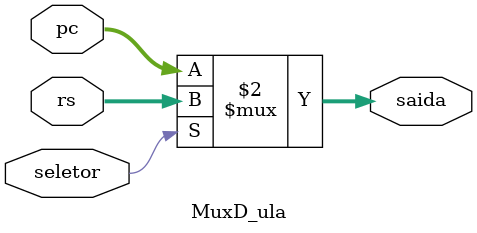
<source format=v>
module MuxD_ula(
    input wire seletor,
    input wire [31:0] pc,
    input wire [31:0] rs,
    output wire [31:0] saida
);

assign saida = (seletor == 1'b0) ? pc : rs;
endmodule
</source>
